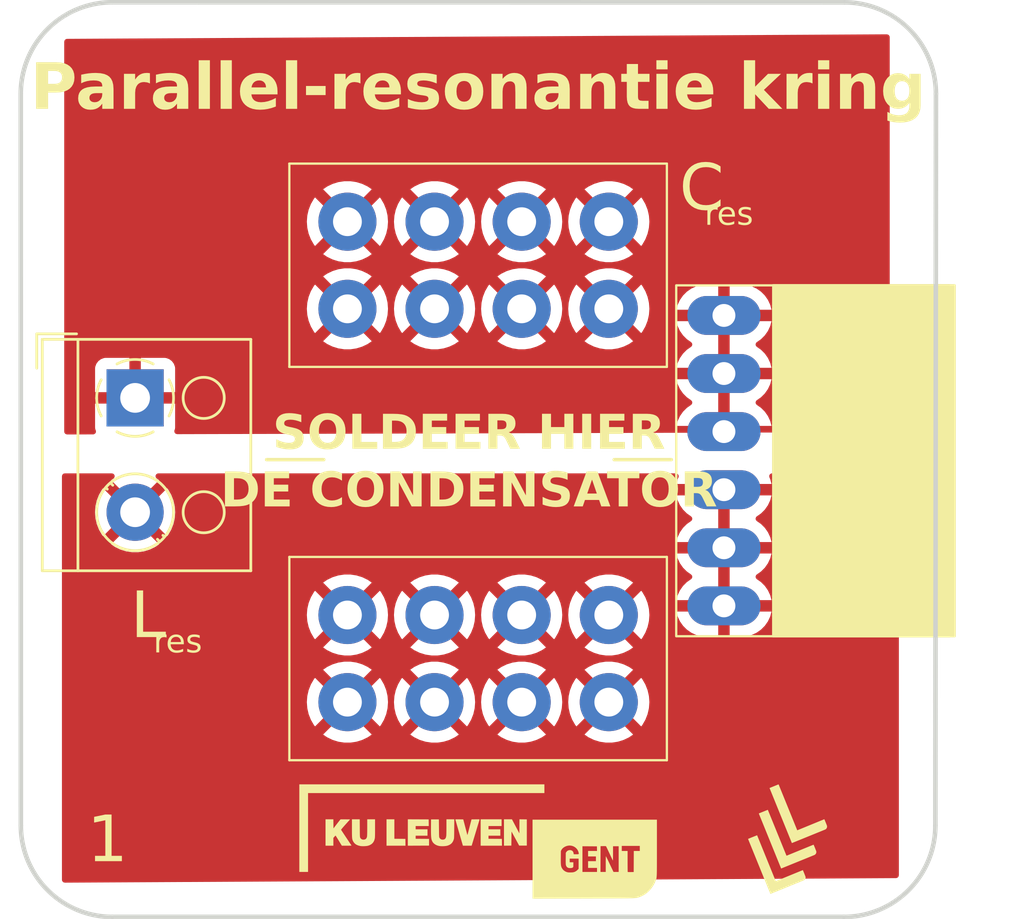
<source format=kicad_pcb>
(kicad_pcb (version 20221018) (generator pcbnew)
  (layers (0 "F.Cu" signal) (31 "B.Cu" signal) (34 "B.Paste" user) (35 "F.Paste" user) (36 "B.SilkS" user "B.Silkscreen") (37 "F.SilkS" user "F.Silkscreen") (38 "B.Mask" user) (39 "F.Mask" user) (44 "Edge.Cuts" user))
  (net 0 "")
  (net 1 "AC_1")
  (net 2 "AC_2")
  (footprint "TerminalBlock_RND:TerminalBlock_RND_205-00001_1x02_P5.00mm_Horizontal" (layer "F.Cu") (at 105 57.3 -90)
    (fp_text reference "J2")
    (fp_text value "Screw_Terminal_01x02")
    (fp_line (start -2.8 2.56) (end -2.8 4.3) (stroke (width 0.12)) (layer "F.SilkS"))
    (fp_line (start -2.8 4.3) (end -1.3 4.3) (stroke (width 0.12)) (layer "F.SilkS"))
    (fp_line (start -2.56 -5.06) (end -2.56 4.06) (stroke (width 0.12)) (layer "F.SilkS"))
    (fp_line (start -2.56 -5.06) (end 7.56 -5.06) (stroke (width 0.12)) (layer "F.SilkS"))
    (fp_line (start -2.56 2.5) (end 7.56 2.5) (stroke (width 0.12)) (layer "F.SilkS"))
    (fp_line (start -2.56 4.06) (end 7.56 4.06) (stroke (width 0.12)) (layer "F.SilkS"))
    (fp_line (start 3.82 0.976) (end 3.726 1.069) (stroke (width 0.12)) (layer "F.SilkS"))
    (fp_line (start 3.99 1.216) (end 3.931 1.274) (stroke (width 0.12)) (layer "F.SilkS"))
    (fp_line (start 6.07 -1.275) (end 6.011 -1.216) (stroke (width 0.12)) (layer "F.SilkS"))
    (fp_line (start 6.275 -1.069) (end 6.181 -0.976) (stroke (width 0.12)) (layer "F.SilkS"))
    (fp_line (start 7.56 -5.06) (end 7.56 4.06) (stroke (width 0.12)) (layer "F.SilkS"))
    (fp_arc (start -1.483953 0.789089) (mid -1.680708 0.00005) (end -1.484 -0.789) (stroke (width 0.12)) (layer "F.SilkS"))
    (fp_arc (start -0.789089 -1.483953) (mid -0.00005 -1.680708) (end 0.789 -1.484) (stroke (width 0.12)) (layer "F.SilkS"))
    (fp_arc (start 0.029383 1.68045) (mid -0.392304 1.634281) (end -0.789 1.484) (stroke (width 0.12)) (layer "F.SilkS"))
    (fp_arc (start 0.788712 1.483352) (mid 0.406429 1.630097) (end 0 1.68) (stroke (width 0.12)) (layer "F.SilkS"))
    (fp_arc (start 1.483953 -0.789089) (mid 1.680708 -0.00005) (end 1.484 0.789) (stroke (width 0.12)) (layer "F.SilkS"))
    (fp_circle (center 0 -3) (end 0.9 -3) (stroke (width 0.12)) (fill none) (layer "F.SilkS"))
    (fp_circle (center 5 -3) (end 5.9 -3) (stroke (width 0.12)) (fill none) (layer "F.SilkS"))
    (fp_circle (center 5 0) (end 6.68 0) (stroke (width 0.12)) (fill none) (layer "F.SilkS"))
    (pad "1" thru_hole rect (at 0 0 270) (size 2.5 2.5) (drill 1.3) (layers "*.Cu" "*.Mask") (net 1 "AC_1"))
    (pad "2" thru_hole circle (at 5 0 270) (size 2.5 2.5) (drill 1.3) (layers "*.Cu" "*.Mask") (net 2 "AC_2"))
  )
  (footprint "Library:Connector_Female_LLL" (layer "F.Cu") (at 131 60 180)
    (fp_text reference "J1")
    (fp_text value "Conn_01x06_Socket")
    (fp_rect (start -9.6114 -7.72306) (end 2.3368 7.62146) (stroke (width 0.1)) (fill none) (layer "F.SilkS"))
    (fp_poly (pts (xy -9.84 -7.7216) (xy -9.84 7.62292) (xy -1.905 7.62292) (xy -1.905 -7.7216)) (stroke (width 0.1)) (fill solid) (layer "F.SilkS"))
    (pad "1" thru_hole oval (at 0.25 -6.39452 180) (size 3.2 1.7) (drill 1) (layers "*.Cu" "*.Mask") (net 2 "AC_2"))
    (pad "2" thru_hole oval (at 0.25 -3.85452 180) (size 3.2 1.7) (drill 1) (layers "*.Cu" "*.Mask") (net 2 "AC_2"))
    (pad "3" thru_hole oval (at 0.25 -1.31452 180) (size 3.2 1.7) (drill 1) (layers "*.Cu" "*.Mask") (net 2 "AC_2"))
    (pad "4" thru_hole oval (at 0.25 1.22548 180) (size 3.2 1.7) (drill 1) (layers "*.Cu" "*.Mask") (net 1 "AC_1"))
    (pad "5" thru_hole oval (at 0.25 3.76548 180) (size 3.2 1.7) (drill 1) (layers "*.Cu" "*.Mask") (net 1 "AC_1"))
    (pad "6" thru_hole oval (at 0.25 6.30548 180) (size 3.2 1.7) (drill 1) (layers "*.Cu" "*.Mask") (net 1 "AC_1"))
  )
  (footprint "Library:conn_2x04_LLL" (layer "F.Cu") (at 120 51.5)
    (fp_text reference "J3")
    (fp_text value "Conn_02x04_Counter_Clockwise")
    (fp_line (start -8.255 -4.445) (end -8.255 4.445) (stroke (width 0.1)) (layer "F.SilkS"))
    (fp_line (start -8.255 4.445) (end 8.255 4.445) (stroke (width 0.1)) (layer "F.SilkS"))
    (fp_line (start 8.255 -4.445) (end -8.255 -4.445) (stroke (width 0.1)) (layer "F.SilkS"))
    (fp_line (start 8.255 4.445) (end 8.255 -4.445) (stroke (width 0.1)) (layer "F.SilkS"))
    (pad "1" thru_hole circle (at -5.715 -1.905) (size 2.54 2.54) (drill 1.26) (layers "*.Cu" "*.Mask") (net 1 "AC_1"))
    (pad "2" thru_hole circle (at -1.905 -1.905) (size 2.54 2.54) (drill 1.26) (layers "*.Cu" "*.Mask") (net 1 "AC_1"))
    (pad "3" thru_hole circle (at 1.905 -1.905) (size 2.54 2.54) (drill 1.26) (layers "*.Cu" "*.Mask") (net 1 "AC_1"))
    (pad "4" thru_hole circle (at 5.715 -1.905) (size 2.54 2.54) (drill 1.26) (layers "*.Cu" "*.Mask") (net 1 "AC_1"))
    (pad "5" thru_hole circle (at -5.715 1.905) (size 2.54 2.54) (drill 1.26) (layers "*.Cu" "*.Mask") (net 1 "AC_1"))
    (pad "6" thru_hole circle (at -1.905 1.905) (size 2.54 2.54) (drill 1.26) (layers "*.Cu" "*.Mask") (net 1 "AC_1"))
    (pad "7" thru_hole circle (at 1.905 1.905) (size 2.54 2.54) (drill 1.26) (layers "*.Cu" "*.Mask") (net 1 "AC_1"))
    (pad "8" thru_hole circle (at 5.715 1.905) (size 2.54 2.54) (drill 1.26) (layers "*.Cu" "*.Mask") (net 1 "AC_1"))
  )
  (footprint "Library:conn_2x04_LLL" (layer "F.Cu") (at 120 68.7)
    (fp_text reference "J4")
    (fp_text value "Conn_02x04_Counter_Clockwise")
    (fp_line (start -8.255 -4.445) (end -8.255 4.445) (stroke (width 0.1)) (layer "F.SilkS"))
    (fp_line (start -8.255 4.445) (end 8.255 4.445) (stroke (width 0.1)) (layer "F.SilkS"))
    (fp_line (start 8.255 -4.445) (end -8.255 -4.445) (stroke (width 0.1)) (layer "F.SilkS"))
    (fp_line (start 8.255 4.445) (end 8.255 -4.445) (stroke (width 0.1)) (layer "F.SilkS"))
    (pad "1" thru_hole circle (at -5.715 -1.905) (size 2.54 2.54) (drill 1.26) (layers "*.Cu" "*.Mask") (net 2 "AC_2"))
    (pad "2" thru_hole circle (at -1.905 -1.905) (size 2.54 2.54) (drill 1.26) (layers "*.Cu" "*.Mask") (net 2 "AC_2"))
    (pad "3" thru_hole circle (at 1.905 -1.905) (size 2.54 2.54) (drill 1.26) (layers "*.Cu" "*.Mask") (net 2 "AC_2"))
    (pad "4" thru_hole circle (at 5.715 -1.905) (size 2.54 2.54) (drill 1.26) (layers "*.Cu" "*.Mask") (net 2 "AC_2"))
    (pad "5" thru_hole circle (at -5.715 1.905) (size 2.54 2.54) (drill 1.26) (layers "*.Cu" "*.Mask") (net 2 "AC_2"))
    (pad "6" thru_hole circle (at -1.905 1.905) (size 2.54 2.54) (drill 1.26) (layers "*.Cu" "*.Mask") (net 2 "AC_2"))
    (pad "7" thru_hole circle (at 1.905 1.905) (size 2.54 2.54) (drill 1.26) (layers "*.Cu" "*.Mask") (net 2 "AC_2"))
    (pad "8" thru_hole circle (at 5.715 1.905) (size 2.54 2.54) (drill 1.26) (layers "*.Cu" "*.Mask") (net 2 "AC_2"))
  )
  (footprint "Library:LLL_logo_kicad_small" (layer "F.Cu") (at 133.5 76.7)
    (fp_text reference "G***")
    (fp_text value "LOGO" hide)
    (fp_poly (pts (xy -0.359571 -2.497697) (xy -0.357537 -2.492742) (xy -0.354217 -2.48462) (xy -0.34965 -2.473424) (xy -0.343871 -2.459244) (xy -0.336919 -2.442173) (xy -0.32883 -2.422302) (xy -0.319641 -2.399723) (xy -0.309391 -2.374528) (xy -0.298116 -2.346808) (xy -0.285854 -2.316654) (xy -0.272642 -2.28416) (xy -0.258516 -2.249415) (xy -0.243515 -2.212512) (xy -0.227676 -2.173543) (xy -0.211035 -2.132599) (xy -0.193631 -2.089772) (xy -0.175499 -2.045154) (xy -0.156679 -1.998835) (xy -0.137206 -1.950909) (xy -0.117119 -1.901466) (xy -0.096454 -1.850599) (xy -0.075249 -1.798398) (xy -0.05354 -1.744956) (xy -0.031366 -1.690364) (xy -0.008764 -1.634714) (xy 0.01423 -1.578098) (xy 0.037578 -1.520607) (xy 0.048049 -1.494823) (xy 0.071541 -1.436975) (xy 0.094695 -1.379962) (xy 0.117473 -1.323875) (xy 0.139839 -1.268806) (xy 0.161755 -1.214847) (xy 0.183184 -1.162089) (xy 0.204088 -1.110624) (xy 0.224431 -1.060544) (xy 0.244175 -1.01194) (xy 0.263282 -0.964904) (xy 0.281717 -0.919527) (xy 0.299441 -0.875902) (xy 0.316417 -0.834119) (xy 0.332608 -0.794271) (xy 0.347977 -0.756448) (xy 0.362486 -0.720744) (xy 0.376098 -0.687249) (xy 0.388777 -0.656054) (xy 0.400484 -0.627253) (xy 0.411183 -0.600935) (xy 0.420836 -0.577194) (xy 0.429407 -0.55612) (xy 0.436857 -0.537805) (xy 0.443149 -0.522341) (xy 0.448247 -0.50982) (xy 0.452114 -0.500333) (xy 0.454711 -0.493971) (xy 0.456001 -0.490827) (xy 0.456146 -0.490486) (xy 0.457829 -0.491134) (xy 0.462737 -0.493107) (xy 0.470752 -0.496356) (xy 0.481753 -0.500832) (xy 0.495622 -0.506487) (xy 0.51224 -0.513271) (xy 0.531488 -0.521137) (xy 0.553246 -0.530035) (xy 0.577396 -0.539916) (xy 0.603818 -0.550732) (xy 0.632394 -0.562434) (xy 0.663004 -0.574973) (xy 0.695528 -0.5883) (xy 0.729849 -0.602367) (xy 0.765847 -0.617125) (xy 0.803403 -0.632524) (xy 0.842397 -0.648517) (xy 0.882711 -0.665055) (xy 0.924226 -0.682088) (xy 0.966822 -0.699568) (xy 1.010381 -0.717446) (xy 1.048468 -0.733081) (xy 1.092762 -0.75126) (xy 1.136199 -0.769078) (xy 1.178661 -0.786487) (xy 1.220028 -0.803437) (xy 1.260181 -0.81988) (xy 1.299001 -0.835767) (xy 1.336367 -0.85105) (xy 1.372162 -0.86568) (xy 1.406266 -0.879609) (xy 1.438559 -0.892788) (xy 1.468923 -0.905168) (xy 1.497237 -0.9167) (xy 1.523384 -0.927337) (xy 1.547243 -0.93703) (xy 1.568695 -0.945729) (xy 1.587621 -0.953387) (xy 1.603903 -0.959954) (xy 1.617419 -0.965383) (xy 1.628052 -0.969624) (xy 1.635682 -0.972629) (xy 1.64019 -0.97435) (xy 1.641479 -0.974765) (xy 1.642394 -0.97283) (xy 1.644534 -0.967862) (xy 1.647767 -0.960178) (xy 1.651965 -0.950097) (xy 1.656997 -0.937938) (xy 1.662732 -0.92402) (xy 1.669042 -0.908659) (xy 1.675794 -0.892176) (xy 1.68286 -0.874889) (xy 1.690109 -0.857115) (xy 1.697411 -0.839173) (xy 1.704636 -0.821382) (xy 1.711654 -0.804061) (xy 1.718334 -0.787527) (xy 1.724547 -0.772099) (xy 1.730162 -0.758096) (xy 1.735049 -0.745835) (xy 1.73521 -0.74543) (xy 1.74214 -0.727781) (xy 1.747748 -0.712956) (xy 1.752157 -0.700465) (xy 1.755489 -0.689818) (xy 1.757865 -0.680525) (xy 1.759407 -0.672096) (xy 1.760238 -0.66404) (xy 1.76048 -0.655866) (xy 1.760253 -0.647085) (xy 1.760158 -0.645122) (xy 1.757261 -0.623094) (xy 1.751028 -0.602044) (xy 1.741687 -0.582312) (xy 1.72946 -0.564243) (xy 1.714573 -0.548179) (xy 1.69725 -0.534463) (xy 1.681582 -0.525306) (xy 1.678716 -0.52403) (xy 1.672565 -0.521427) (xy 1.663198 -0.517524) (xy 1.65068 -0.512348) (xy 1.635079 -0.505927) (xy 1.616462 -0.498288) (xy 1.594898 -0.489459) (xy 1.570452 -0.479467) (xy 1.543192 -0.46834) (xy 1.513186 -0.456105) (xy 1.480501 -0.44279) (xy 1.445204 -0.428421) (xy 1.407362 -0.413027) (xy 1.367043 -0.396634) (xy 1.324314 -0.379271) (xy 1.279242 -0.360964) (xy 1.231894 -0.341741) (xy 1.182338 -0.32163) (xy 1.130642 -0.300658) (xy 1.123486 -0.297755) (xy 1.116449 -0.2949) (xy 1.106293 -0.290776) (xy 1.093248 -0.285478) (xy 1.077544 -0.279098) (xy 1.059411 -0.271731) (xy 1.039079 -0.263469) (xy 1.016777 -0.254407) (xy 0.992737 -0.244637) (xy 0.967187 -0.234254) (xy 0.940358 -0.22335) (xy 0.91248 -0.21202) (xy 0.883783 -0.200356) (xy 0.854496 -0.188453) (xy 0.824851 -0.176403) (xy 0.795076 -0.1643) (xy 0.765403 -0.152238) (xy 0.73606 -0.14031) (xy 0.707278 -0.12861) (xy 0.679287 -0.11723) (xy 0.652317 -0.106266) (xy 0.626598 -0.095809) (xy 0.60236 -0.085954) (xy 0.579833 -0.076794) (xy 0.559247 -0.068423) (xy 0.540831 -0.060934) (xy 0.532368 -0.057491) (xy 0.510854 -0.048743) (xy 0.488491 -0.039655) (xy 0.465543 -0.030334) (xy 0.44227 -0.020886) (xy 0.418936 -0.011416) (xy 0.395802 -0.002032) (xy 0.373131 0.007161) (xy 0.351184 0.016056) (xy 0.330226 0.024547) (xy 0.310516 0.032528) (xy 0.292319 0.039893) (xy 0.275895 0.046534) (xy 0.261508 0.052347) (xy 0.249419 0.057225) (xy 0.239891 0.061061) (xy 0.233186 0.063749) (xy 0.229567 0.065184) (xy 0.229552 0.065189) (xy 0.221392 0.068354) (xy 0.196636 0.007514) (xy 0.184328 -0.022737) (xy 0.173246 -0.049976) (xy 0.163253 -0.07454) (xy 0.154213 -0.096768) (xy 0.145989 -0.116995) (xy 0.138443 -0.135559) (xy 0.131439 -0.152797) (xy 0.124839 -0.169046) (xy 0.118507 -0.184643) (xy 0.112306 -0.199926) (xy 0.106099 -0.21523) (xy 0.099749 -0.230894) (xy 0.093119 -0.247254) (xy 0.090393 -0.253982) (xy 0.087414 -0.26133) (xy 0.083084 -0.272004) (xy 0.077413 -0.285983) (xy 0.070409 -0.303242) (xy 0.062082 -0.323759) (xy 0.052442 -0.347511) (xy 0.041497 -0.374475) (xy 0.029257 -0.404628) (xy 0.015731 -0.437946) (xy 0.00093 -0.474408) (xy -0.015139 -0.513989) (xy -0.032466 -0.556667) (xy -0.051041 -0.602419) (xy -0.070855 -0.651222) (xy -0.091899 -0.703053) (xy -0.114163 -0.757889) (xy -0.137638 -0.815707) (xy -0.162315 -0.876484) (xy -0.188185 -0.940198) (xy -0.215237 -1.006824) (xy -0.243463 -1.07634) (xy -0.272853 -1.148724) (xy -0.303399 -1.223951) (xy -0.33509 -1.302) (xy -0.367918 -1.382847) (xy -0.401873 -1.466469) (xy -0.436945 -1.552843) (xy -0.473126 -1.641946) (xy -0.510406 -1.733756) (xy -0.548776 -1.828249) (xy -0.588226 -1.925402) (xy -0.628747 -2.025193) (xy -0.67033 -2.127597) (xy -0.712965 -2.232594) (xy -0.722347 -2.255698) (xy -0.728937 -2.271954) (xy -0.735092 -2.287187) (xy -0.740681 -2.301071) (xy -0.745573 -2.313277) (xy -0.749638 -2.32348) (xy -0.752745 -2.331353) (xy -0.754764 -2.336569) (xy -0.755564 -2.338801) (xy -0.755572 -2.338852) (xy -0.753932 -2.339667) (xy -0.74919 -2.341731) (xy -0.741599 -2.34494) (xy -0.731411 -2.349191) (xy -0.718879 -2.354384) (xy -0.704255 -2.360414) (xy -0.687791 -2.36718) (xy -0.669739 -2.374579) (xy -0.650351 -2.382509) (xy -0.62988 -2.390867) (xy -0.608578 -2.399551) (xy -0.586698 -2.408458) (xy -0.564491 -2.417486) (xy -0.542209 -2.426533) (xy -0.520106 -2.435496) (xy -0.498433 -2.444272) (xy -0.477442 -2.452759) (xy -0.457386 -2.460856) (xy -0.438517 -2.468458) (xy -0.421087 -2.475464) (xy -0.405349 -2.481772) (xy -0.391554 -2.487278) (xy -0.379955 -2.491881) (xy -0.370804 -2.495478) (xy -0.364354 -2.497967) (xy -0.360856 -2.499245) (xy -0.360282 -2.499393)) (fill solid) (layer "F.SilkS"))
    (fp_poly (pts (xy -1.298956 -0.271694) (xy -1.296893 -0.266697) (xy -1.293545 -0.258532) (xy -1.28895 -0.247293) (xy -1.283144 -0.233071) (xy -1.276166 -0.215958) (xy -1.268052 -0.196046) (xy -1.25884 -0.173426) (xy -1.248567 -0.148191) (xy -1.23727 -0.120432) (xy -1.224987 -0.09024) (xy -1.211756 -0.057708) (xy -1.197612 -0.022928) (xy -1.182595 0.014009) (xy -1.16674 0.05301) (xy -1.150086 0.093985) (xy -1.132669 0.136841) (xy -1.114528 0.181487) (xy -1.095698 0.22783) (xy -1.076219 0.27578) (xy -1.056126 0.325243) (xy -1.035457 0.376129) (xy -1.014251 0.428345) (xy -0.992543 0.481799) (xy -0.970371 0.536401) (xy -0.947773 0.592058) (xy -0.924785 0.648678) (xy -0.901446 0.70617) (xy -0.891279 0.731215) (xy -0.867805 0.789045) (xy -0.844668 0.84604) (xy -0.821908 0.902108) (xy -0.79956 0.957158) (xy -0.777663 1.011097) (xy -0.756253 1.063835) (xy -0.735367 1.11528) (xy -0.715044 1.16534) (xy -0.69532 1.213923) (xy -0.676231 1.260937) (xy -0.657817 1.306292) (xy -0.640113 1.349894) (xy -0.623157 1.391654) (xy -0.606987 1.431478) (xy -0.591638 1.469276) (xy -0.57715 1.504955) (xy -0.563558 1.538424) (xy -0.5509 1.569592) (xy -0.539214 1.598366) (xy -0.528536 1.624655) (xy -0.518904 1.648367) (xy -0.510355 1.669411) (xy -0.502926 1.687695) (xy -0.496655 1.703127) (xy -0.491578 1.715616) (xy -0.487733 1.72507) (xy -0.485157 1.731397) (xy -0.483888 1.734505) (xy -0.483753 1.73483) (xy -0.48208 1.734177) (xy -0.477182 1.732199) (xy -0.469178 1.728946) (xy -0.458186 1.724465) (xy -0.444327 1.718806) (xy -0.427718 1.712017) (xy -0.408479 1.704148) (xy -0.38673 1.695246) (xy -0.362589 1.685362) (xy -0.336175 1.674543) (xy -0.307607 1.662838) (xy -0.277004 1.650296) (xy -0.244486 1.636966) (xy -0.210172 1.622898) (xy -0.17418 1.608138) (xy -0.136629 1.592737) (xy -0.09764 1.576743) (xy -0.05733 1.560205) (xy -0.015818 1.543171) (xy 0.026775 1.525691) (xy 0.070332 1.507813) (xy 0.108436 1.492171) (xy 0.152731 1.473992) (xy 0.196171 1.456174) (xy 0.238635 1.438765) (xy 0.280005 1.421816) (xy 0.320162 1.405373) (xy 0.358985 1.389486) (xy 0.396357 1.374203) (xy 0.432156 1.359574) (xy 0.466265 1.345646) (xy 0.498564 1.332468) (xy 0.528934 1.320088) (xy 0.557255 1.308556) (xy 0.583408 1.29792) (xy 0.607273 1.288228) (xy 0.628733 1.27953) (xy 0.647666 1.271873) (xy 0.663955 1.265307) (xy 0.677479 1.259879) (xy 0.68812 1.255639) (xy 0.695757 1.252635) (xy 0.700273 1.250916) (xy 0.701568 1.250502) (xy 0.702548 1.252471) (xy 0.704732 1.257409) (xy 0.707963 1.264937) (xy 0.712085 1.274675) (xy 0.716942 1.286244) (xy 0.722375 1.299263) (xy 0.72823 1.313352) (xy 0.734348 1.328133) (xy 0.740574 1.343225) (xy 0.746751 1.358248) (xy 0.752722 1.372823) (xy 0.758331 1.386569) (xy 0.763421 1.399108) (xy 0.767835 1.410058) (xy 0.771416 1.419041) (xy 0.774008 1.425676) (xy 0.775455 1.429584) (xy 0.775557 1.429891) (xy 0.777109 1.434267) (xy 0.779812 1.441415) (xy 0.783443 1.450768) (xy 0.787779 1.461753) (xy 0.792597 1.473801) (xy 0.796969 1.484612) (xy 0.803759 1.501539) (xy 0.809181 1.515711) (xy 0.813369 1.527661) (xy 0.816454 1.537926) (xy 0.818567 1.54704) (xy 0.819838 1.555538) (xy 0.820401 1.563955) (xy 0.820385 1.572826) (xy 0.820136 1.578933) (xy 0.818893 1.593973) (xy 0.816648 1.606841) (xy 0.813052 1.618922) (xy 0.807758 1.631599) (xy 0.805949 1.635394) (xy 0.79534 1.653287) (xy 0.781829 1.669803) (xy 0.766058 1.684283) (xy 0.748667 1.696068) (xy 0.744982 1.69808) (xy 0.741971 1.699462) (xy 0.735799 1.702121) (xy 0.726658 1.705981) (xy 0.714739 1.710962) (xy 0.700231 1.716986) (xy 0.683326 1.723974) (xy 0.664215 1.731848) (xy 0.643088 1.740529) (xy 0.620136 1.74994) (xy 0.59555 1.760001) (xy 0.569521 1.770634) (xy 0.54224 1.781761) (xy 0.513897 1.793303) (xy 0.484683 1.805182) (xy 0.47181 1.810411) (xy 0.420131 1.831396) (xy 0.370538 1.851533) (xy 0.32311 1.870792) (xy 0.277927 1.88914) (xy 0.235069 1.906544) (xy 0.194615 1.922971) (xy 0.156645 1.93839) (xy 0.12124 1.952769) (xy 0.088478 1.966074) (xy 0.05844 1.978273) (xy 0.031205 1.989335) (xy 0.006853 1.999225) (xy -0.014536 2.007913) (xy -0.032883 2.015366) (xy -0.048107 2.021551) (xy -0.060129 2.026436) (xy -0.067789 2.02955) (xy -0.074854 2.032422) (xy -0.08486 2.03649) (xy -0.097396 2.041587) (xy -0.112054 2.047547) (xy -0.128425 2.054203) (xy -0.1461 2.06139) (xy -0.16467 2.06894) (xy -0.183725 2.076688) (xy -0.197943 2.082469) (xy -0.22183 2.09218) (xy -0.247556 2.102637) (xy -0.274812 2.113714) (xy -0.30329 2.125287) (xy -0.332682 2.13723) (xy -0.362681 2.149418) (xy -0.392978 2.161726) (xy -0.423265 2.174029) (xy -0.453234 2.186201) (xy -0.482576 2.198118) (xy -0.510985 2.209655) (xy -0.538151 2.220686) (xy -0.563767 2.231086) (xy -0.587525 2.24073) (xy -0.609116 2.249493) (xy -0.628232 2.25725) (xy -0.644566 2.263875) (xy -0.655901 2.268471) (xy -0.669633 2.274011) (xy -0.68235 2.279091) (xy -0.693652 2.283556) (xy -0.703139 2.287249) (xy -0.710414 2.290016) (xy -0.715076 2.2917) (xy -0.716679 2.292165) (xy -0.71793 2.290532) (xy -0.720359 2.285839) (xy -0.723827 2.278394) (xy -0.728197 2.268505) (xy -0.733332 2.256481) (xy -0.739095 2.242628) (xy -0.742675 2.233866) (xy -0.754889 2.203789) (xy -0.767526 2.172673) (xy -0.78037 2.141047) (xy -0.793207 2.109441) (xy -0.805821 2.078384) (xy -0.817997 2.048407) (xy -0.82952 2.020039) (xy -0.840175 1.99381) (xy -0.849746 1.970249) (xy -0.852258 1.964067) (xy -0.855637 1.95575) (xy -0.860265 1.944354) (xy -0.866096 1.929997) (xy -0.873081 1.912798) (xy -0.881173 1.892872) (xy -0.890324 1.870338) (xy -0.900486 1.845313) (xy -0.911612 1.817915) (xy -0.923653 1.788262) (xy -0.936562 1.75647) (xy -0.950292 1.722658) (xy -0.964795 1.686942) (xy -0.980022 1.649441) (xy -0.995927 1.610273) (xy -1.012461 1.569553) (xy -1.029577 1.527401) (xy -1.047227 1.483934) (xy -1.065363 1.439268) (xy -1.083938 1.393523) (xy -1.102903 1.346815) (xy -1.122212 1.299261) (xy -1.141816 1.25098) (xy -1.161668 1.202088) (xy -1.181719 1.152704) (xy -1.201923 1.102945) (xy -1.222232 1.052929) (xy -1.242597 1.002772) (xy -1.262971 0.952593) (xy -1.283307 0.902509) (xy -1.303556 0.852638) (xy -1.323671 0.803097) (xy -1.343604 0.754004) (xy -1.363308 0.705476) (xy -1.382734 0.65763) (xy -1.401836 0.610585) (xy -1.420564 0.564458) (xy -1.438872 0.519366) (xy -1.456712 0.475427) (xy -1.474036 0.432759) (xy -1.490797 0.391478) (xy -1.506946 0.351704) (xy -1.522436 0.313552) (xy -1.537219 0.277141) (xy -1.551248 0.242588) (xy -1.564474 0.21001) (xy -1.576851 0.179526) (xy -1.588329 0.151253) (xy -1.598863 0.125308) (xy -1.608403 0.101809) (xy -1.616902 0.080873) (xy -1.624313 0.062618) (xy -1.630587 0.047161) (xy -1.635678 0.034621) (xy -1.639536 0.025114) (xy -1.642115 0.018758) (xy -1.643125 0.01627) (xy -1.649324 0.00098) (xy -1.656164 -0.01588) (xy -1.663208 -0.033238) (xy -1.670022 -0.050022) (xy -1.67617 -0.065157) (xy -1.679295 -0.072848) (xy -1.683886 -0.084224) (xy -1.687942 -0.094438) (xy -1.691289 -0.10303) (xy -1.693748 -0.109545) (xy -1.695143 -0.113522) (xy -1.695384 -0.114566) (xy -1.69333 -0.11554) (xy -1.688203 -0.117735) (xy -1.680255 -0.121051) (xy -1.66974 -0.125387) (xy -1.65691 -0.13064) (xy -1.642017 -0.13671) (xy -1.625314 -0.143495) (xy -1.607054 -0.150893) (xy -1.587489 -0.158803) (xy -1.566872 -0.167125) (xy -1.545456 -0.175755) (xy -1.523492 -0.184593) (xy -1.501235 -0.193538) (xy -1.478935 -0.202488) (xy -1.456847 -0.211341) (xy -1.435222 -0.219997) (xy -1.414314 -0.228353) (xy -1.394374 -0.236309) (xy -1.375656 -0.243762) (xy -1.358411 -0.250613) (xy -1.342894 -0.256758) (xy -1.329355 -0.262096) (xy -1.318049 -0.266527) (xy -1.309227 -0.269949) (xy -1.303142 -0.27226) (xy -1.300046 -0.273359) (xy -1.299697 -0.273434)) (fill solid) (layer "F.SilkS"))
    (fp_poly (pts (xy -0.830268 -1.384345) (xy -0.828167 -1.379391) (xy -0.824782 -1.371271) (xy -0.820149 -1.360076) (xy -0.814307 -1.345898) (xy -0.807292 -1.328828) (xy -0.799143 -1.308958) (xy -0.789896 -1.286381) (xy -0.779588 -1.261187) (xy -0.768258 -1.233468) (xy -0.755943 -1.203317) (xy -0.742679 -1.170824) (xy -0.728505 -1.136082) (xy -0.713458 -1.099182) (xy -0.697575 -1.060216) (xy -0.680893 -1.019276) (xy -0.663451 -0.976453) (xy -0.645285 -0.931839) (xy -0.626432 -0.885526) (xy -0.606931 -0.837606) (xy -0.586818 -0.78817) (xy -0.566131 -0.73731) (xy -0.544908 -0.685118) (xy -0.523185 -0.631686) (xy -0.501 -0.577105) (xy -0.478391 -0.521466) (xy -0.455395 -0.464862) (xy -0.432049 -0.407385) (xy -0.421937 -0.382486) (xy -0.398454 -0.324662) (xy -0.375308 -0.267671) (xy -0.352535 -0.211605) (xy -0.330174 -0.156556) (xy -0.308261 -0.102616) (xy -0.286834 -0.049875) (xy -0.265931 0.001573) (xy -0.245587 0.051638) (xy -0.225842 0.100227) (xy -0.206732 0.147249) (xy -0.188294 0.192612) (xy -0.170565 0.236224) (xy -0.153584 0.277993) (xy -0.137387 0.317828) (xy -0.122012 0.355638) (xy -0.107496 0.391329) (xy -0.093876 0.424811) (xy -0.081189 0.455992) (xy -0.069473 0.48478) (xy -0.058766 0.511083) (xy -0.049104 0.53481) (xy -0.040525 0.555868) (xy -0.033066 0.574166) (xy -0.026764 0.589613) (xy -0.021657 0.602116) (xy -0.017782 0.611583) (xy -0.015176 0.617924) (xy -0.013877 0.621046) (xy -0.01373 0.621376) (xy -0.012009 0.620766) (xy -0.007063 0.61883) (xy 0.000989 0.615618) (xy 0.012026 0.611176) (xy 0.02593 0.605556) (xy 0.042582 0.598804) (xy 0.061862 0.59097) (xy 0.083651 0.582102) (xy 0.107829 0.57225) (xy 0.134279 0.561462) (xy 0.162879 0.549786) (xy 0.193511 0.537271) (xy 0.226055 0.523967) (xy 0.260393 0.509921) (xy 0.296405 0.495183) (xy 0.333972 0.479801) (xy 0.372974 0.463824) (xy 0.413293 0.4473) (xy 0.454808 0.430279) (xy 0.497401 0.412809) (xy 0.540952 0.394938) (xy 0.578452 0.379545) (xy 0.628502 0.359003) (xy 0.676918 0.339145) (xy 0.723613 0.320006) (xy 0.768501 0.30162) (xy 0.811496 0.284024) (xy 0.85251 0.267252) (xy 0.891457 0.25134) (xy 0.92825 0.236322) (xy 0.962804 0.222234) (xy 0.995031 0.209112) (xy 1.024845 0.19699) (xy 1.052159 0.185903) (xy 1.076887 0.175888) (xy 1.098943 0.166978) (xy 1.118239 0.159209) (xy 1.134689 0.152617) (xy 1.148207 0.147236) (xy 1.158706 0.143102) (xy 1.166099 0.14025) (xy 1.170301 0.138715) (xy 1.171303 0.138448) (xy 1.172315 0.140428) (xy 1.174534 0.145374) (xy 1.177803 0.152907) (xy 1.181963 0.162645) (xy 1.186857 0.174208) (xy 1.192326 0.187215) (xy 1.198213 0.201285) (xy 1.20436 0.216037) (xy 1.210609 0.231091) (xy 1.216802 0.246065) (xy 1.222781 0.26058) (xy 1.228387 0.274254) (xy 1.233464 0.286707) (xy 1.237853 0.297558) (xy 1.241396 0.306425) (xy 1.243934 0.31293) (xy 1.245311 0.316689) (xy 1.245481 0.317252) (xy 1.246506 0.320315) (xy 1.24871 0.326233) (xy 1.251904 0.334516) (xy 1.255896 0.344676) (xy 1.260496 0.35622) (xy 1.265511 0.368661) (xy 1.265922 0.369675) (xy 1.27287 0.38702) (xy 1.278453 0.401582) (xy 1.282799 0.41387) (xy 1.286035 0.424393) (xy 1.28829 0.433662) (xy 1.289691 0.442185) (xy 1.290366 0.450472) (xy 1.290442 0.459033) (xy 1.290165 0.466304) (xy 1.288871 0.481472) (xy 1.286527 0.494481) (xy 1.282782 0.506721) (xy 1.277287 0.519581) (xy 1.276146 0.521943) (xy 1.265502 0.540013) (xy 1.252181 0.556611) (xy 1.23678 0.571124) (xy 1.219897 0.582942) (xy 1.212652 0.586883) (xy 1.209156 0.588472) (xy 1.202594 0.591296) (xy 1.193252 0.595237) (xy 1.181418 0.600176) (xy 1.167378 0.605995) (xy 1.151418 0.612575) (xy 1.133825 0.619798) (xy 1.114886 0.627546) (xy 1.094887 0.6357) (xy 1.074114 0.644141) (xy 1.071966 0.645013) (xy 1.047937 0.654759) (xy 1.022238 0.665184) (xy 0.995477 0.676041) (xy 0.96826 0.687083) (xy 0.941194 0.698065) (xy 0.914885 0.708741) (xy 0.88994 0.718864) (xy 0.866965 0.728189) (xy 0.846566 0.736469) (xy 0.841484 0.738532) (xy 0.82155 0.746624) (xy 0.801179 0.754894) (xy 0.780871 0.763138) (xy 0.761131 0.771152) (xy 0.742458 0.778732) (xy 0.725356 0.785675) (xy 0.710326 0.791776) (xy 0.697871 0.796832) (xy 0.692349 0.799074) (xy 0.68509 0.802021) (xy 0.674711 0.806237) (xy 0.661442 0.811627) (xy 0.645512 0.818099) (xy 0.627152 0.825559) (xy 0.606589 0.833913) (xy 0.584055 0.843069) (xy 0.559779 0.852934) (xy 0.533989 0.863413) (xy 0.506917 0.874415) (xy 0.478791 0.885844) (xy 0.449841 0.897609) (xy 0.420296 0.909616) (xy 0.390386 0.921771) (xy 0.388655 0.922474) (xy 0.341643 0.94158) (xy 0.297836 0.959383) (xy 0.257093 0.975941) (xy 0.219269 0.991313) (xy 0.184222 1.005556) (xy 0.151808 1.018728) (xy 0.121885 1.030889) (xy 0.094308 1.042095) (xy 0.068935 1.052406) (xy 0.045623 1.061879) (xy 0.024228 1.070572) (xy 0.004607 1.078544) (xy -0.013383 1.085853) (xy -0.029885 1.092557) (xy -0.045042 1.098715) (xy -0.058998 1.104384) (xy -0.071896 1.109622) (xy -0.083879 1.114488) (xy -0.09509 1.11904) (xy -0.105672 1.123337) (xy -0.115769 1.127435) (xy -0.125524 1.131395) (xy -0.13508 1.135272) (xy -0.14458 1.139127) (xy -0.154167 1.143017) (xy -0.161789 1.146109) (xy -0.178053 1.152699) (xy -0.193344 1.158882) (xy -0.207328 1.164523) (xy -0.219666 1.169486) (xy -0.230024 1.173636) (xy -0.238065 1.176838) (xy -0.243452 1.178958) (xy -0.245849 1.17986) (xy -0.245895 1.179874) (xy -0.247065 1.179318) (xy -0.248774 1.176943) (xy -0.251151 1.172477) (xy -0.254326 1.165644) (xy -0.258427 1.156171) (xy -0.263584 1.143783) (xy -0.267951 1.133082) (xy -0.272609 1.121609) (xy -0.278397 1.107361) (xy -0.285082 1.09091) (xy -0.292432 1.07283) (xy -0.300213 1.053694) (xy -0.308192 1.034075) (xy -0.316137 1.014546) (xy -0.323299 0.996947) (xy -0.331599 0.976545) (xy -0.340644 0.954302) (xy -0.350113 0.931005) (xy -0.359687 0.907439) (xy -0.369048 0.884389) (xy -0.377876 0.862641) (xy -0.385852 0.842981) (xy -0.390124 0.832446) (xy -0.392678 0.826146) (xy -0.39655 0.816603) (xy -0.401696 0.803923) (xy -0.408072 0.788213) (xy -0.415635 0.769578) (xy -0.424342 0.748127) (xy -0.434151 0.723964) (xy -0.445016 0.697197) (xy -0.456896 0.667932) (xy -0.469748 0.636276) (xy -0.483527 0.602335) (xy -0.498191 0.566215) (xy -0.513696 0.528023) (xy -0.529999 0.487865) (xy -0.547058 0.445849) (xy -0.564828 0.40208) (xy -0.583267 0.356665) (xy -0.602331 0.30971) (xy -0.621977 0.261322) (xy -0.642162 0.211607) (xy -0.662842 0.160672) (xy -0.683975 0.108624) (xy -0.705517 0.055568) (xy -0.727425 0.001611) (xy -0.749656 -0.053139) (xy -0.772166 -0.108578) (xy -0.794506 -0.163597) (xy -0.817231 -0.219566) (xy -0.839714 -0.274935) (xy -0.861909 -0.329599) (xy -0.883776 -0.383451) (xy -0.90527 -0.436387) (xy -0.926348 -0.488299) (xy -0.946969 -0.539083) (xy -0.967088 -0.588633) (xy -0.986663 -0.636842) (xy -1.005651 -0.683606) (xy -1.024009 -0.728818) (xy -1.041693 -0.772372) (xy -1.058662 -0.814163) (xy -1.074872 -0.854085) (xy -1.09028 -0.892032) (xy -1.104843 -0.927899) (xy -1.118518 -0.961579) (xy -1.131263 -0.992966) (xy -1.143034 -1.021956) (xy -1.153788 -1.048442) (xy -1.163483 -1.072319) (xy -1.172075 -1.09348) (xy -1.179521 -1.11182) (xy -1.18578 -1.127234) (xy -1.190806 -1.139614) (xy -1.194559 -1.148857) (xy -1.196991 -1.154846) (xy -1.203094 -1.169946) (xy -1.208717 -1.183993) (xy -1.213726 -1.196637) (xy -1.217984 -1.207529) (xy -1.221356 -1.216321) (xy -1.223705 -1.222663) (xy -1.224896 -1.226206) (xy -1.225005 -1.226839) (xy -1.223144 -1.227724) (xy -1.218191 -1.229848) (xy -1.2104 -1.233108) (xy -1.200025 -1.237402) (xy -1.187319 -1.242627) (xy -1.172537 -1.248681) (xy -1.155932 -1.255461) (xy -1.137757 -1.262866) (xy -1.118266 -1.270791) (xy -1.097713 -1.279135) (xy -1.076351 -1.287796) (xy -1.054434 -1.29667) (xy -1.032216 -1.305656) (xy -1.009951 -1.31465) (xy -0.987891 -1.323551) (xy -0.966291 -1.332256) (xy -0.945404 -1.340662) (xy -0.925484 -1.348666) (xy -0.906785 -1.356167) (xy -0.88956 -1.363062) (xy -0.874062 -1.369248) (xy -0.860547 -1.374623) (xy -0.849266 -1.379085) (xy -0.840474 -1.38253) (xy -0.834424 -1.384856) (xy -0.831371 -1.385962) (xy -0.831047 -1.38604)) (fill solid) (layer "F.SilkS"))
  )
  (footprint "Library:KUL_Gent_logo_kicad_small" (layer "F.Cu") (at 120 76.7)
    (fp_text reference "G***")
    (fp_text value "LOGO" hide)
    (fp_poly (pts (xy -3.662696 -0.54554) (xy -3.662696 -0.11967) (xy -3.421834 -0.117562) (xy -3.180972 -0.115455) (xy -3.178805 0.03384) (xy -3.176639 0.183134) (xy -3.590859 0.183134) (xy -4.005078 0.183134) (xy -4.005078 -0.394138) (xy -4.005078 -0.971411) (xy -3.833887 -0.971411) (xy -3.662696 -0.971411)) (fill solid) (layer "F.SilkS"))
    (fp_poly (pts (xy 2.898307 -2.309091) (xy 2.898307 -2.117994) (xy -2.269279 -2.117994) (xy -7.436865 -2.117994) (xy -7.436865 -0.394138) (xy -7.436865 1.329717) (xy -7.627962 1.329717) (xy -7.819059 1.329717) (xy -7.819059 -0.585236) (xy -7.819059 -2.500188) (xy -2.460376 -2.500188) (xy 2.898307 -2.500188)) (fill solid) (layer "F.SilkS"))
    (fp_poly (pts (xy 1.968793 -0.969585) (xy 2.129937 -0.96743) (xy 2.129937 -0.394138) (xy 2.129937 0.179153) (xy 1.962766 0.179153) (xy 1.795594 0.179153) (xy 1.628346 -0.12866) (xy 1.461097 -0.436474) (xy 1.457116 -0.12866) (xy 1.453135 0.179153) (xy 1.291897 0.181309) (xy 1.130658 0.183464) (xy 1.130658 -0.393973) (xy 1.130658 -0.971411) (xy 1.305092 -0.971411) (xy 1.479526 -0.971411) (xy 1.641503 -0.663844) (xy 1.80348 -0.356277) (xy 1.805564 -0.664009) (xy 1.807648 -0.97174)) (fill solid) (layer "F.SilkS"))
    (fp_poly (pts (xy -2.617633 -0.969486) (xy -2.161787 -0.96743) (xy -2.159617 -0.822116) (xy -2.157446 -0.676803) (xy -2.444272 -0.676803) (xy -2.731097 -0.676803) (xy -2.731097 -0.605141) (xy -2.731097 -0.53348) (xy -2.47232 -0.53348) (xy -2.213542 -0.53348) (xy -2.213542 -0.394138) (xy -2.213542 -0.254797) (xy -2.47232 -0.254797) (xy -2.731097 -0.254797) (xy -2.731097 -0.187215) (xy -2.731097 -0.119632) (xy -2.43848 -0.117544) (xy -2.145862 -0.115455) (xy -2.145862 0.031849) (xy -2.145862 0.179153) (xy -2.609671 0.181208) (xy -3.07348 0.183263) (xy -3.07348 -0.394139) (xy -3.07348 -0.971541)) (fill solid) (layer "F.SilkS"))
    (fp_poly (pts (xy 1.027147 -0.824107) (xy 1.027147 -0.676803) (xy 0.740502 -0.676803) (xy 0.453856 -0.676803) (xy 0.453856 -0.605141) (xy 0.453856 -0.53348) (xy 0.712633 -0.53348) (xy 0.971411 -0.53348) (xy 0.971411 -0.394138) (xy 0.971411 -0.254797) (xy 0.712633 -0.254797) (xy 0.453856 -0.254797) (xy 0.453856 -0.187215) (xy 0.453856 -0.119632) (xy 0.746473 -0.117544) (xy 1.039091 -0.115455) (xy 1.041257 0.03384) (xy 1.043424 0.183134) (xy 0.577448 0.183134) (xy 0.111473 0.183134) (xy 0.111473 -0.394138) (xy 0.111473 -0.971411) (xy 0.56931 -0.971411) (xy 1.027147 -0.971411)) (fill solid) (layer "F.SilkS"))
    (fp_poly (pts (xy 0.020703 -0.970087) (xy 0.041791 -0.969086) (xy 0.054515 -0.967283) (xy 0.060764 -0.964548) (xy 0.062426 -0.960751) (xy 0.061937 -0.957632) (xy 0.059082 -0.947881) (xy 0.051991 -0.924112) (xy 0.041031 -0.887553) (xy 0.026573 -0.839431) (xy 0.008985 -0.780973) (xy -0.011362 -0.713405) (xy -0.034101 -0.637953) (xy -0.05886 -0.555846) (xy -0.085272 -0.46831) (xy -0.11187 -0.380204) (xy -0.281977 0.183134) (xy -0.473698 0.183134) (xy -0.665419 0.183134) (xy -0.830358 -0.388244) (xy -0.856941 -0.480412) (xy -0.882198 -0.568132) (xy -0.905784 -0.650205) (xy -0.927357 -0.725428) (xy -0.946573 -0.792599) (xy -0.96309 -0.850518) (xy -0.976564 -0.897983) (xy -0.986651 -0.933791) (xy -0.99301 -0.956742) (xy -0.995296 -0.965635) (xy -0.995298 -0.965672) (xy -0.987718 -0.967346) (xy -0.966504 -0.968647) (xy -0.933943 -0.969524) (xy -0.892321 -0.969924) (xy -0.843925 -0.969796) (xy -0.822415 -0.969576) (xy -0.649531 -0.96743) (xy -0.560491 -0.626546) (xy -0.541905 -0.55559) (xy -0.524495 -0.489494) (xy -0.50868 -0.429828) (xy -0.494881 -0.378164) (xy -0.483519 -0.336072) (xy -0.475016 -0.305122) (xy -0.469791 -0.286885) (xy -0.468296 -0.282508) (xy -0.465738 -0.289301) (xy -0.459674 -0.310002) (xy -0.450516 -0.343082) (xy -0.438672 -0.387011) (xy -0.424551 -0.440261) (xy -0.408563 -0.501303) (xy -0.391116 -0.568609) (xy -0.377036 -0.623392) (xy -0.288929 -0.96743) (xy -0.111646 -0.969575) (xy -0.054126 -0.970201) (xy -0.01064 -0.970415)) (fill solid) (layer "F.SilkS"))
    (fp_poly (pts (xy -6.32824 -0.772574) (xy -6.326113 -0.573738) (xy -6.17542 -0.76938) (xy -6.137869 -0.817883) (xy -6.103178 -0.862221) (xy -6.072596 -0.900833) (xy -6.04737 -0.932161) (xy -6.02875 -0.954646) (xy -6.017985 -0.966728) (xy -6.016041 -0.968355) (xy -6.006004 -0.969178) (xy -5.982269 -0.969764) (xy -5.94706 -0.970098) (xy -5.902603 -0.970169) (xy -5.851122 -0.969964) (xy -5.803015 -0.969559) (xy -5.598674 -0.96743) (xy -5.797792 -0.745864) (xy -5.846307 -0.691484) (xy -5.889484 -0.6423) (xy -5.926387 -0.59943) (xy -5.956077 -0.563987) (xy -5.977617 -0.537089) (xy -5.990071 -0.519851) (xy -5.992835 -0.51368) (xy -5.987735 -0.505144) (xy -5.974643 -0.484671) (xy -5.954417 -0.453564) (xy -5.927912 -0.413126) (xy -5.895985 -0.36466) (xy -5.859495 -0.309469) (xy -5.819296 -0.248855) (xy -5.776247 -0.184123) (xy -5.766784 -0.169917) (xy -5.723196 -0.10448) (xy -5.68221 -0.042909) (xy -5.644688 0.013495) (xy -5.611497 0.063429) (xy -5.583499 0.105594) (xy -5.561559 0.138689) (xy -5.546543 0.161412) (xy -5.539313 0.172462) (xy -5.538862 0.173181) (xy -5.540118 0.17626) (xy -5.548942 0.178669) (xy -5.566758 0.180477) (xy -5.594991 0.181751) (xy -5.635064 0.182558) (xy -5.688402 0.182967) (xy -5.74638 0.183051) (xy -5.959843 0.182968) (xy -6.095204 -0.039589) (xy -6.127882 -0.093041) (xy -6.158003 -0.141781) (xy -6.184564 -0.184228) (xy -6.206562 -0.218798) (xy -6.222993 -0.243911) (xy -6.232855 -0.257982) (xy -6.235258 -0.260462) (xy -6.24234 -0.254121) (xy -6.257165 -0.23867) (xy -6.276999 -0.216991) (xy -6.285023 -0.208008) (xy -6.330094 -0.157239) (xy -6.330094 0.012948) (xy -6.330094 0.183134) (xy -6.501285 0.183134) (xy -6.672476 0.183134) (xy -6.672476 -0.394138) (xy -6.672476 -0.971411) (xy -6.501422 -0.971411) (xy -6.330367 -0.971411)) (fill solid) (layer "F.SilkS"))
    (fp_poly (pts (xy -5.17398 -0.587226) (xy -5.173385 -0.498402) (xy -5.172774 -0.424063) (xy -5.172088 -0.362768) (xy -5.171266 -0.313077) (xy -5.17025 -0.273549) (xy -5.168981 -0.242745) (xy -5.167399 -0.219223) (xy -5.165444 -0.201544) (xy -5.163058 -0.188268) (xy -5.16018 -0.177954) (xy -5.156757 -0.169171) (xy -5.131251 -0.129278) (xy -5.095484 -0.100777) (xy -5.051161 -0.084551) (xy -4.999987 -0.081487) (xy -4.989655 -0.082463) (xy -4.942418 -0.093996) (xy -4.905872 -0.116632) (xy -4.879273 -0.151129) (xy -4.861879 -0.19825) (xy -4.857879 -0.21758) (xy -4.855554 -0.239622) (xy -4.853551 -0.276632) (xy -4.851893 -0.327656) (xy -4.850599 -0.391741) (xy -4.849691 -0.467932) (xy -4.849189 -0.555276) (xy -4.849091 -0.619728) (xy -4.849091 -0.971411) (xy -4.6779 -0.971411) (xy -4.506708 -0.971411) (xy -4.506708 -0.581955) (xy -4.5068 -0.487269) (xy -4.507101 -0.407087) (xy -4.507646 -0.339989) (xy -4.508475 -0.284557) (xy -4.509624 -0.239369) (xy -4.51113 -0.203007) (xy -4.51303 -0.17405) (xy -4.515362 -0.151079) (xy -4.518162 -0.132674) (xy -4.518522 -0.130754) (xy -4.540514 -0.051022) (xy -4.573996 0.017754) (xy -4.61918 0.075803) (xy -4.676277 0.123353) (xy -4.745499 0.160632) (xy -4.809336 0.183097) (xy -4.852544 0.192259) (xy -4.906771 0.199028) (xy -4.967266 0.203231) (xy -5.029278 0.204694) (xy -5.088057 0.203243) (xy -5.138851 0.198704) (xy -5.156756 0.195816) (xy -5.242036 0.174179) (xy -5.314434 0.144029) (xy -5.374913 0.104721) (xy -5.424437 0.055609) (xy -5.46397 -0.003953) (xy -5.46877 -0.013178) (xy -5.47918 -0.034607) (xy -5.488013 -0.05534) (xy -5.495398 -0.076853) (xy -5.501463 -0.100621) (xy -5.506338 -0.128119) (xy -5.510151 -0.160821) (xy -5.51303 -0.200202) (xy -5.515105 -0.247738) (xy -5.516503 -0.304904) (xy -5.517353 -0.373173) (xy -5.517785 -0.454022) (xy -5.517926 -0.548924) (xy -5.517931 -0.576937) (xy -5.517931 -0.971411) (xy -5.347162 -0.971411) (xy -5.176393 -0.971411)) (fill solid) (layer "F.SilkS"))
    (fp_poly (pts (xy -1.044998 -0.559358) (xy -1.045692 -0.465926) (xy -1.046414 -0.387005) (xy -1.047215 -0.321179) (xy -1.048145 -0.267034) (xy -1.049257 -0.223155) (xy -1.050601 -0.188128) (xy -1.052228 -0.160539) (xy -1.05419 -0.138971) (xy -1.056538 -0.122011) (xy -1.059323 -0.108245) (xy -1.061622 -0.09953) (xy -1.090367 -0.022165) (xy -1.128766 0.042779) (xy -1.177649 0.096138) (xy -1.237844 0.138747) (xy -1.310181 0.17144) (xy -1.340375 0.181246) (xy -1.388497 0.191924) (xy -1.447551 0.199569) (xy -1.512803 0.204007) (xy -1.57952 0.205065) (xy -1.642967 0.202571) (xy -1.698412 0.196352) (xy -1.707931 0.194682) (xy -1.7827 0.174671) (xy -1.851343 0.144653) (xy -1.911246 0.106152) (xy -1.959798 0.060693) (xy -1.97825 0.036927) (xy -1.995612 0.010098) (xy -2.010489 -0.017132) (xy -2.023055 -0.046162) (xy -2.033482 -0.078392) (xy -2.041943 -0.115221) (xy -2.048612 -0.15805) (xy -2.053663 -0.208279) (xy -2.057267 -0.267307) (xy -2.059599 -0.336535) (xy -2.060831 -0.417362) (xy -2.061137 -0.511189) (xy -2.06069 -0.619415) (xy -2.060625 -0.629029) (xy -2.058276 -0.96743) (xy -1.887085 -0.96743) (xy -1.715893 -0.96743) (xy -1.711912 -0.581254) (xy -1.710985 -0.492854) (xy -1.710136 -0.418942) (xy -1.709291 -0.358082) (xy -1.708375 -0.308839) (xy -1.707316 -0.269778) (xy -1.706037 -0.239462) (xy -1.704465 -0.216457) (xy -1.702526 -0.199325) (xy -1.700146 -0.186632) (xy -1.69725 -0.176942) (xy -1.693764 -0.168819) (xy -1.690238 -0.161991) (xy -1.660888 -0.122386) (xy -1.622561 -0.095702) (xy -1.576178 -0.082386) (xy -1.526238 -0.082437) (xy -1.482069 -0.092933) (xy -1.447606 -0.113542) (xy -1.421933 -0.145416) (xy -1.404129 -0.189704) (xy -1.393277 -0.247559) (xy -1.393075 -0.249297) (xy -1.391426 -0.271653) (xy -1.3899 -0.307806) (xy -1.388537 -0.355626) (xy -1.387378 -0.412984) (xy -1.386465 -0.477753) (xy -1.385837 -0.547803) (xy -1.385535 -0.621006) (xy -1.385515 -0.642963) (xy -1.385454 -0.971411) (xy -1.213806 -0.971411) (xy -1.042158 -0.971411)) (fill solid) (layer "F.SilkS"))
    (fp_poly (pts (xy 7.81906 0.265696) (xy 7.819066 0.433108) (xy 7.819067 0.585391) (xy 7.819037 0.723341) (xy 7.818949 0.847755) (xy 7.818776 0.95943) (xy 7.818491 1.05916) (xy 7.818068 1.147743) (xy 7.817481 1.225974) (xy 7.816702 1.29465) (xy 7.815706 1.354566) (xy 7.814465 1.40652) (xy 7.812952 1.451307) (xy 7.811143 1.489724) (xy 7.809008 1.522566) (xy 7.806523 1.550629) (xy 7.80366 1.574711) (xy 7.800394 1.595607) (xy 7.796696 1.614113) (xy 7.792541 1.631026) (xy 7.787902 1.647141) (xy 7.782752 1.663255) (xy 7.777065 1.680164) (xy 7.771199 1.697513) (xy 7.725582 1.810785) (xy 7.666487 1.92055) (xy 7.59552 2.025065) (xy 7.514289 2.122587) (xy 7.424401 2.211374) (xy 7.327462 2.289684) (xy 7.225079 2.355775) (xy 7.118859 2.407904) (xy 7.114342 2.40976) (xy 7.068734 2.42785) (xy 7.028112 2.442474) (xy 6.989857 2.454068) (xy 6.951351 2.463064) (xy 6.909977 2.469896) (xy 6.863117 2.474996) (xy 6.808153 2.478798) (xy 6.742467 2.481736) (xy 6.664514 2.484212) (xy 6.635487 2.484824) (xy 6.59131 2.485461) (xy 6.532761 2.48612) (xy 6.460615 2.486796) (xy 6.375648 2.487486) (xy 6.278635 2.488186) (xy 6.170354 2.488891) (xy 6.051579 2.489597) (xy 5.923087 2.4903) (xy 5.785654 2.490997) (xy 5.640055 2.491684) (xy 5.487066 2.492355) (xy 5.327464 2.493007) (xy 5.162025 2.493637) (xy 4.991524 2.49424) (xy 4.816736 2.494812) (xy 4.638439 2.495349) (xy 4.457408 2.495846) (xy 4.405188 2.495981) (xy 2.380752 2.501128) (xy 2.380752 0.791859) (xy 3.615918 0.791859) (xy 3.615992 0.864562) (xy 3.616858 0.924932) (xy 3.618688 0.974762) (xy 3.621652 1.015845) (xy 3.625921 1.049974) (xy 3.631665 1.078941) (xy 3.639056 1.104538) (xy 3.648264 1.12856) (xy 3.659023 1.151906) (xy 3.697264 1.212484) (xy 3.747466 1.264462) (xy 3.807191 1.306046) (xy 3.874002 1.33544) (xy 3.925455 1.348104) (xy 3.952691 1.3508) (xy 3.990833 1.352194) (xy 4.034921 1.352353) (xy 4.079995 1.351346) (xy 4.121096 1.34924) (xy 4.153263 1.346103) (xy 4.160873 1.34489) (xy 4.2273 1.325486) (xy 4.288118 1.292351) (xy 4.345248 1.24444) (xy 4.345419 1.244269) (xy 4.395235 1.194652) (xy 4.395235 0.971558) (xy 4.395235 0.748464) (xy 4.200157 0.748464) (xy 4.005078 0.748464) (xy 4.005078 0.828087) (xy 4.005078 0.907711) (xy 4.084702 0.907711) (xy 4.164326 0.907711) (xy 4.164326 1.011222) (xy 4.164084 1.054443) (xy 4.163105 1.084681) (xy 4.161008 1.104873) (xy 4.157412 1.117956) (xy 4.151938 1.126867) (xy 4.148918 1.130141) (xy 4.121145 1.147477) (xy 4.07936 1.158228) (xy 4.024107 1.162261) (xy 4.017022 1.162288) (xy 3.960121 1.156621) (xy 3.914193 1.13961) (xy 3.878591 1.1108) (xy 3.852667 1.069738) (xy 3.841496 1.039054) (xy 3.837909 1.024281) (xy 3.835126 1.006294) (xy 3.833081 0.983211) (xy 3.831711 0.953148) (xy 3.83095 0.914222) (xy 3.830735 0.864549) (xy 3.831001 0.802246) (xy 3.831475 0.74632) (xy 3.833887 0.496358) (xy 3.858101 0.457191) (xy 3.890245 0.41963) (xy 3.932041 0.392733) (xy 3.980386 0.377626) (xy 4.032179 0.375436) (xy 4.066425 0.381527) (xy 4.109486 0.399751) (xy 4.141767 0.428698) (xy 4.163975 0.469255) (xy 4.176416 0.519545) (xy 4.182059 0.557366) (xy 4.288897 0.557366) (xy 4.33515 0.557209) (xy 4.36757 0.555827) (xy 4.388246 0.551856) (xy 4.399271 0.543929) (xy 4.402734 0.530682) (xy 4.400726 0.510749) (xy 4.396229 0.487272) (xy 4.374371 0.416406) (xy 4.339173 0.352082) (xy 4.292351 0.295653) (xy 4.235624 0.248476) (xy 4.170705 0.211905) (xy 4.15601 0.206839) (xy 4.562445 0.206839) (xy 4.562445 0.768278) (xy 4.562445 1.329717) (xy 4.880941 1.329717) (xy 5.199436 1.329717) (xy 5.350614 1.329717) (xy 5.466122 1.329717) (xy 5.58163 1.329717) (xy 5.58163 0.982884) (xy 5.581774 0.910474) (xy 5.582185 0.843369) (xy 5.582834 0.783158) (xy 5.58369 0.731431) (xy 5.584723 0.68978) (xy 5.585903 0.659794) (xy 5.587199 0.643063) (xy 5.58813 0.640068) (xy 5.592751 0.647861) (xy 5.603473 0.668637) (xy 5.619603 0.700978) (xy 5.640449 0.743464) (xy 5.665318 0.794675) (xy 5.693518 0.853192) (xy 5.724356 0.917596) (xy 5.75714 0.986468) (xy 5.757331 0.986869) (xy 5.920031 1.329653) (xy 6.033495 1.329685) (xy 6.146959 1.329717) (xy 6.146959 0.768369) (xy 6.146959 0.207022) (xy 6.023542 0.207022) (xy 5.900125 0.207022) (xy 5.900125 0.523128) (xy 5.899957 0.595449) (xy 5.899474 0.660764) (xy 5.89871 0.717629) (xy 5.897695 0.764602) (xy 5.896463 0.80024) (xy 5.895046 0.823099) (xy 5.893477 0.831738) (xy 5.893181 0.83167) (xy 5.888416 0.823045) (xy 5.87767 0.801526) (xy 5.861681 0.768655) (xy 5.84119 0.725975) (xy 5.816933 0.67503) (xy 5.789652 0.617362) (xy 5.760084 0.554514) (xy 5.744629 0.521536) (xy 5.714145 0.456554) (xy 5.685541 0.395875) (xy 5.659563 0.341061) (xy 5.636957 0.293671) (xy 5.618468 0.255265) (xy 5.604842 0.227403) (xy 5.596825 0.211646) (xy 5.595162 0.208806) (xy 5.587387 0.204613) (xy 5.570497 0.201895) (xy 5.542602 0.200529) (xy 5.501817 0.200395) (xy 5.471001 0.200843) (xy 5.354702 0.20304) (xy 5.352658 0.766379) (xy 5.350614 1.329717) (xy 5.199436 1.329717) (xy 5.199436 1.242131) (xy 5.199436 1.154545) (xy 5.004357 1.154545) (xy 4.809279 1.154545) (xy 4.809279 1.007241) (xy 4.809279 0.859937) (xy 4.98047 0.859937) (xy 5.151662 0.859937) (xy 5.151662 0.756426) (xy 5.151662 0.652915) (xy 4.98047 0.652915) (xy 4.809279 0.652915) (xy 4.809279 0.533479) (xy 4.809279 0.414043) (xy 5.004595 0.414043) (xy 5.199912 0.414043) (xy 5.197683 0.312523) (xy 5.195455 0.211003) (xy 4.87895 0.208921) (xy 4.562445 0.206839) (xy 4.15601 0.206839) (xy 4.110346 0.191097) (xy 6.28232 0.191097) (xy 6.28232 0.30257) (xy 6.28232 0.414043) (xy 6.409718 0.414043) (xy 6.537116 0.414043) (xy 6.537116 0.870553) (xy 6.537209 0.954369) (xy 6.537478 1.033399) (xy 6.537905 1.106211) (xy 6.538473 1.171376) (xy 6.539165 1.227462) (xy 6.539965 1.27304) (xy 6.540854 1.306678) (xy 6.541817 1.326947) (xy 6.542614 1.332562) (xy 6.552062 1.334293) (xy 6.574616 1.335528) (xy 6.607463 1.336194) (xy 6.647789 1.336223) (xy 6.675984 1.335879) (xy 6.803856 1.333699) (xy 6.805911 0.873871) (xy 6.807966 0.414043) (xy 6.939281 0.414043) (xy 7.070596 0.414043) (xy 7.070596 0.30257) (xy 7.070596 0.191097) (xy 6.676458 0.191097) (xy 6.28232 0.191097) (xy 4.110346 0.191097) (xy 4.099314 0.187294) (xy 4.023165 0.175999) (xy 4.001097 0.175407) (xy 3.930118 0.181671) (xy 3.860553 0.199493) (xy 3.795054 0.227419) (xy 3.736272 0.263998) (xy 3.686858 0.307775) (xy 3.649464 0.357298) (xy 3.641152 0.372718) (xy 3.618903 0.418025) (xy 3.616466 0.70503) (xy 3.615918 0.791859) (xy 2.380752 0.791859) (xy 2.380752 0.772821) (xy 2.380752 -0.955486) (xy 5.099906 -0.955486) (xy 7.81906 -0.955486)) (fill solid) (layer "F.SilkS"))
  )
  (gr_line (start 125.95 60) (end 128.45 60) (stroke (width 0.15)) (layer "F.SilkS"))
  (gr_line (start 110.75 60) (end 113.25 60) (stroke (width 0.15)) (layer "F.SilkS"))
  (gr_line (start 139.996573 75.996573) (end 140.021573 44.003427) (stroke (width 0.2)) (layer "Edge.Cuts"))
  (gr_line (start 104 40) (end 136.021573 40.003427) (stroke (width 0.2)) (layer "Edge.Cuts"))
  (gr_line (start 104.003427 79.996573) (end 135.996573 79.996573) (stroke (width 0.2)) (layer "Edge.Cuts"))
  (gr_arc (start 139.996573 75.996573) (mid 138.825 78.825) (end 135.996573 79.996573) (stroke (width 0.2)) (layer "Edge.Cuts"))
  (gr_line (start 100 44) (end 100.003427 75.996573) (stroke (width 0.2)) (layer "Edge.Cuts"))
  (gr_arc (start 136.021573 40.003427) (mid 138.85 41.175) (end 140.021573 44.003427) (stroke (width 0.2)) (layer "Edge.Cuts"))
  (gr_arc (start 100 44) (mid 101.171573 41.171573) (end 104 40) (stroke (width 0.2)) (layer "Edge.Cuts"))
  (gr_arc (start 104.003427 79.996573) (mid 101.175 78.825) (end 100.003427 75.996573) (stroke (width 0.2)) (layer "Edge.Cuts"))
  (gr_text "SOLDEER HIER\nDE CONDENSATOR" (at 119.6 62.3) (layer "F.SilkS") (effects (font (size 1.5 1.5) (thickness 0.25) bold) (justify bottom)))
  (gr_text "res" (at 105.8 68.6) (layer "F.SilkS") (effects (font (size 1 1)) (justify left bottom)))
  (gr_text "1" (at 102.9 77.9) (layer "F.SilkS") (effects (font (size 2 2)) (justify left bottom)))
  (gr_text "Parallel-resonantie kring" (at 120 45) (layer "F.SilkS") (effects (font (size 2 2) (thickness 0.3) bold) (justify bottom)))
  (gr_text "C" (at 128.8 49.4) (layer "F.SilkS") (effects (font (size 2 2)) (justify left bottom)))
  (gr_text "L" (at 104.8 68.1) (layer "F.SilkS") (effects (font (size 2 2)) (justify left bottom)))
  (gr_text "res" (at 129.9 49.9) (layer "F.SilkS") (effects (font (size 1 1)) (justify left bottom)))
  (zone (net 2) (net_name "AC_2") (layer "F.Cu") (connect_pads (clearance 0.5)) (min_thickness 0.25) (fill yes (thermal_gap 0.5) (thermal_bridge_width 0.5))
    (polygon (pts (xy 101.8 60.6) (xy 138.4 60.6) (xy 138.4 78.3) (xy 101.8 78.5)))
  )
  (zone (net 1) (net_name "AC_1") (layer "F.Cu") (connect_pads (clearance 0.5)) (min_thickness 0.25) (fill yes (thermal_gap 0.5) (thermal_bridge_width 0.5))
    (polygon (pts (xy 101.9 41.6) (xy 138 41.4) (xy 138 58.8) (xy 101.9 58.9)))
  )
)
</source>
